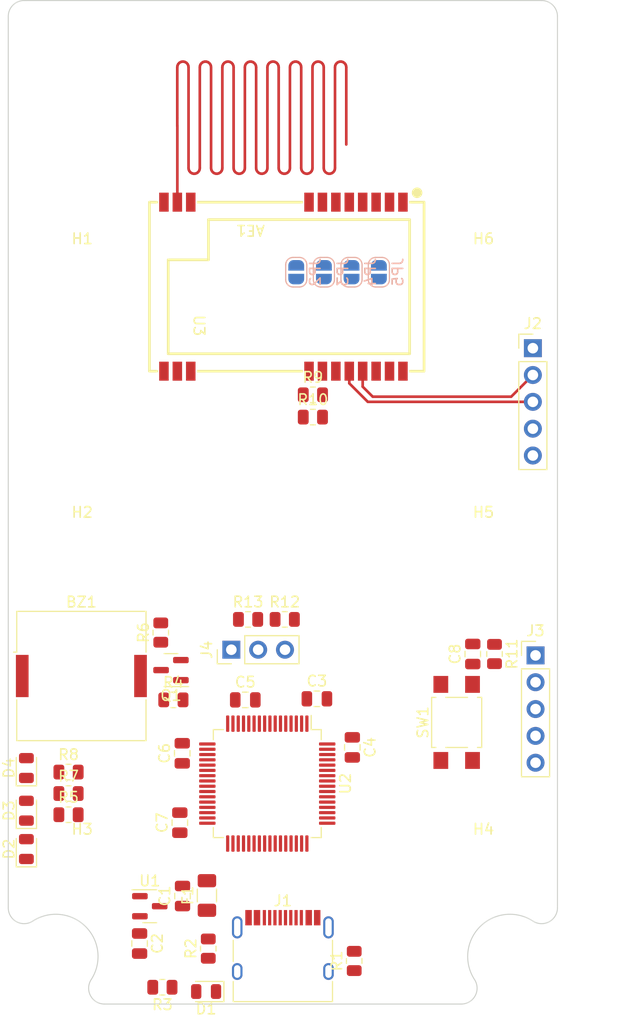
<source format=kicad_pcb>
(kicad_pcb (version 20211014) (generator pcbnew)
  (layers (0 "F.Cu" signal) (31 "B.Cu" signal) (34 "B.Paste" user) (35 "F.Paste" user) (36 "B.SilkS" user "B.Silkscreen") (37 "F.SilkS" user "F.Silkscreen") (38 "B.Mask" user) (39 "F.Mask" user) (44 "Edge.Cuts" user))
  (net 0 "")
  (net 1 "/ANT")
  (net 2 "+3V3")
  (net 3 "Net-(BZ1-Pad2)")
  (net 4 "+5V")
  (net 5 "GND")
  (net 6 "Net-(C3-Pad1)")
  (net 7 "/NRST")
  (net 8 "Net-(D1-Pad2)")
  (net 9 "/PB0")
  (net 10 "Net-(D2-Pad2)")
  (net 11 "/PB1")
  (net 12 "Net-(D3-Pad2)")
  (net 13 "/PB2")
  (net 14 "Net-(D4-Pad2)")
  (net 15 "Net-(F1-Pad2)")
  (net 16 "/CC1")
  (net 17 "/USB_D+")
  (net 18 "/USB_D-")
  (net 20 "/CC2")
  (net 22 "/LoRa_TXD_")
  (net 23 "/LoRa_RXD_")
  (net 25 "/SWDIO")
  (net 26 "/SWCLK")
  (net 27 "/M0")
  (net 28 "/M1")
  (net 29 "/L53R8_UART1_TX")
  (net 30 "/L53R8_UART1_RX")
  (net 31 "Net-(Q1-Pad1)")
  (net 32 "/buz")
  (net 33 "Net-(J4-Pad2)")
  (net 34 "/BOOT0")
  (net 46 "/L53R8_UART2_TX")
  (net 47 "/L53R8_UART2_RX")
  (net 64 "/LoRa_AUX")
  (footprint "Resistor_SMD:R_0805_2012Metric" (layer "F.Cu") (at 103.9622 170.8912 90)
    (fp_text reference "R1")
    (fp_text value "5K1")
  )
  (footprint "RF_Antenna:433MHz_V" (layer "F.Cu") (at 95.1484 91.059 180)
    (fp_text reference "AE1")
    (fp_text value "Antenna")
  )
  (footprint "Resistor_SMD:R_0805_2012Metric" (layer "F.Cu") (at 100.0487 119.4054)
    (fp_text reference "R10")
    (fp_text value "1k")
  )
  (footprint "LED_SMD:LED_0805_2012Metric" (layer "F.Cu") (at 72.9234 160.2994 90)
    (fp_text reference "D2")
    (fp_text value "LED")
  )
  (footprint "Capacitor_SMD:C_0805_2012Metric" (layer "F.Cu") (at 103.7844 150.6728 -90)
    (fp_text reference "C4")
    (fp_text value "0.1uF")
  )
  (footprint "MountingHole:MountingHole_2.5mm" (layer "F.Cu") (at 78.207982 161.920952)
    (fp_text reference "H3")
    (fp_text value "MountingHole")
  )
  (footprint "Resistor_SMD:R_0805_2012Metric" (layer "F.Cu") (at 76.9131 157.0482)
    (fp_text reference "R5")
    (fp_text value "1k")
  )
  (footprint "Connector_PinHeader_2.54mm:PinHeader_1x05_P2.54mm_Vertical" (layer "F.Cu") (at 121.1326 141.9656)
    (fp_text reference "J3")
    (fp_text value "Conn_01x05_Female")
  )
  (footprint "Connector_PinHeader_2.54mm:PinHeader_1x05_P2.54mm_Vertical" (layer "F.Cu") (at 120.8786 112.8826)
    (fp_text reference "J2")
    (fp_text value "Conn_01x05_Male")
  )
  (footprint "Capacitor_SMD:C_0805_2012Metric" (layer "F.Cu") (at 115.189 141.8336 90)
    (fp_text reference "C8")
    (fp_text value "0.1uF")
  )
  (footprint "Package_TO_SOT_SMD:SOT-23" (layer "F.Cu") (at 84.6074 165.7096)
    (fp_text reference "U1")
    (fp_text value "XC6206P332MR")
  )
  (footprint "Connector_USB:USB_C_Receptacle_HRO_TYPE-C-31-M-12" (layer "F.Cu") (at 97.207982 170.8404)
    (fp_text reference "J1")
    (fp_text value "USB_C_Receptacle_USB2.0")
  )
  (footprint "Capacitor_SMD:C_0805_2012Metric" (layer "F.Cu") (at 87.4522 157.8 90)
    (fp_text reference "C7")
    (fp_text value "0.1uF")
  )
  (footprint "Resistor_SMD:R_0805_2012Metric" (layer "F.Cu") (at 90.1446 169.7228 90)
    (fp_text reference "R2")
    (fp_text value "5K1")
  )
  (footprint "MountingHole:MountingHole_2.5mm" (layer "F.Cu") (at 78.208239 131.920952)
    (fp_text reference "H2")
    (fp_text value "MountingHole")
  )
  (footprint "Capacitor_SMD:C_0805_2012Metric" (layer "F.Cu") (at 93.6498 146.177)
    (fp_text reference "C5")
    (fp_text value "0.1uF")
  )
  (footprint "RF_Module:E220-400TxxS" (layer "F.Cu") (at 97.527 107.3132 -90)
    (fp_text reference "U3")
    (fp_text value "E22-400T22S")
  )
  (footprint "Capacitor_SMD:C_0805_2012Metric" (layer "F.Cu") (at 87.7062 164.7444 90)
    (fp_text reference "C1")
    (fp_text value "0.1uF")
  )
  (footprint "MountingHole:MountingHole_2.5mm" (layer "F.Cu") (at 116.208239 131.920952)
    (fp_text reference "H5")
    (fp_text value "MountingHole")
  )
  (footprint "Resistor_SMD:R_0805_2012Metric" (layer "F.Cu") (at 117.2464 141.8336 -90)
    (fp_text reference "R11")
    (fp_text value "10k")
  )
  (footprint "LED_SMD:LED_0805_2012Metric" (layer "F.Cu") (at 89.9414 173.7868 180)
    (fp_text reference "D1")
    (fp_text value "PWR")
  )
  (footprint "Capacitor_SMD:C_0805_2012Metric" (layer "F.Cu") (at 100.4316 146.0754)
    (fp_text reference "C3")
    (fp_text value "0.1uF")
  )
  (footprint "Package_QFP:LQFP-64_10x10mm_P0.5mm" (layer "F.Cu") (at 95.7326 154.1018 -90)
    (fp_text reference "U2")
    (fp_text value "STM32L053R8Tx")
  )
  (footprint "LED_SMD:LED_0805_2012Metric" (layer "F.Cu") (at 72.9234 156.6672 90)
    (fp_text reference "D3")
    (fp_text value "LED")
  )
  (footprint "Resistor_SMD:R_0805_2012Metric" (layer "F.Cu") (at 86.8426 146.177)
    (fp_text reference "R4")
    (fp_text value "22k")
  )
  (footprint "Resistor_SMD:R_0805_2012Metric" (layer "F.Cu") (at 85.8012 173.3804 180)
    (fp_text reference "R3")
    (fp_text value "330")
  )
  (footprint "Fuse:Fuse_1206_3216Metric" (layer "F.Cu") (at 90.0176 164.6936 90)
    (fp_text reference "F1")
    (fp_text value "Fuse 200mA")
  )
  (footprint "Resistor_SMD:R_0805_2012Metric" (layer "F.Cu") (at 97.3836 138.557)
    (fp_text reference "R12")
    (fp_text value "0R")
  )
  (footprint "MountingHole:MountingHole_2.5mm" (layer "F.Cu") (at 78.208239 106.020952)
    (fp_text reference "H1")
    (fp_text value "MountingHole")
  )
  (footprint "Resistor_SMD:R_0805_2012Metric" (layer "F.Cu") (at 76.9131 155.0416)
    (fp_text reference "R7")
    (fp_text value "1k")
  )
  (footprint "Buzzer_Beeper:Buzzer_Murata_PKLCS1212E" (layer "F.Cu") (at 78.1304 143.9164)
    (fp_text reference "BZ1")
    (fp_text value "Buzzer")
  )
  (footprint "Resistor_SMD:R_0805_2012Metric" (layer "F.Cu") (at 76.915 153.0096)
    (fp_text reference "R8")
    (fp_text value "1k")
  )
  (footprint "MountingHole:MountingHole_2.5mm" (layer "F.Cu") (at 116.208239 106.020952)
    (fp_text reference "H6")
    (fp_text value "MountingHole")
  )
  (footprint "Button_Switch_SMD:SW_SPST_TL3305A" (layer "F.Cu") (at 113.665 148.3106 90)
    (fp_text reference "SW1")
    (fp_text value "SW_Push")
  )
  (footprint "Capacitor_SMD:C_0805_2012Metric" (layer "F.Cu") (at 83.6422 169.2402 -90)
    (fp_text reference "C2")
    (fp_text value "0.1uF")
  )
  (footprint "Connector_PinHeader_2.54mm:PinHeader_1x03_P2.54mm_Vertical" (layer "F.Cu") (at 92.329 141.4272 90)
    (fp_text reference "J4")
    (fp_text value "Conn_01x03_Male")
  )
  (footprint "Resistor_SMD:R_0805_2012Metric" (layer "F.Cu") (at 100.0506 117.2972)
    (fp_text reference "R9")
    (fp_text value "1k")
  )
  (footprint "Resistor_SMD:R_0805_2012Metric" (layer "F.Cu") (at 93.9142 138.557)
    (fp_text reference "R13")
    (fp_text value "1k")
  )
  (footprint "Resistor_SMD:R_0805_2012Metric" (layer "F.Cu") (at 85.6488 139.8035 90)
    (fp_text reference "R6")
    (fp_text value "1k")
  )
  (footprint "Capacitor_SMD:C_0805_2012Metric" (layer "F.Cu") (at 87.6808 151.2316 90)
    (fp_text reference "C6")
    (fp_text value "0.1uF")
  )
  (footprint "MountingHole:MountingHole_2.5mm" (layer "F.Cu") (at 116.207982 161.920952)
    (fp_text reference "H4")
    (fp_text value "MountingHole")
  )
  (footprint "LED_SMD:LED_0805_2012Metric" (layer "F.Cu") (at 72.9234 152.6286 90)
    (fp_text reference "D4")
    (fp_text value "LED")
  )
  (footprint "Package_TO_SOT_SMD:SOT-23" (layer "F.Cu") (at 86.614 143.3576 180)
    (fp_text reference "Q1")
    (fp_text value "MMBT3904")
  )
  (footprint "Jumper:SolderJumper-2_P1.3mm_Open_RoundedPad1.0x1.5mm" (layer "B.Cu") (at 103.7082 105.6894 90)
    (fp_text reference "JP4")
    (fp_text value "SolderJumper_2_Open")
  )
  (footprint "Jumper:SolderJumper-2_P1.3mm_Open_RoundedPad1.0x1.5mm" (layer "B.Cu") (at 101.092 105.6894 90)
    (fp_text reference "JP3")
    (fp_text value "SolderJumper_2_Open")
  )
  (footprint "Jumper:SolderJumper-2_P1.3mm_Open_RoundedPad1.0x1.5mm" (layer "B.Cu") (at 106.299 105.6894 90)
    (fp_text reference "JP5")
    (fp_text value "SolderJumper_2_Open")
  )
  (footprint "Jumper:SolderJumper-2_P1.3mm_Open_RoundedPad1.0x1.5mm" (layer "B.Cu") (at 98.4758 105.6894 90)
    (fp_text reference "JP2")
    (fp_text value "SolderJumper_2_Open")
  )
  (gr_arc (start 115.35542 172.65277) (mid 115.416799 174.18606) (end 114.098209 174.970952) (layer "Edge.Cuts") (width 0.1))
  (gr_arc (start 121.707982 79.970952) (mid 122.768618 80.410308) (end 123.207982 81.470952) (layer "Edge.Cuts") (width 0.1))
  (gr_arc (start 80.317754 174.970952) (mid 78.999175 174.186056) (end 79.060543 172.65277) (layer "Edge.Cuts") (width 0.1))
  (gr_arc (start 73.526163 167.11839) (mid 78.536357 167.642553) (end 79.060543 172.65277) (layer "Edge.Cuts") (width 0.1))
  (gr_line (start 72.707982 79.970952) (end 121.707982 79.970952) (layer "Edge.Cuts") (width 0.1))
  (gr_arc (start 123.207982 165.861179) (mid 122.42307 167.179777) (end 120.8898 167.11839) (layer "Edge.Cuts") (width 0.1))
  (gr_arc (start 71.207982 81.470952) (mid 71.647331 80.41032) (end 72.707982 79.970952) (layer "Edge.Cuts") (width 0.1))
  (gr_line (start 71.207982 165.861179) (end 71.207982 81.470952) (layer "Edge.Cuts") (width 0.1))
  (gr_arc (start 115.35542 172.65277) (mid 115.879554 167.642521) (end 120.8898 167.11839) (layer "Edge.Cuts") (width 0.1))
  (gr_line (start 114.098209 174.970952) (end 80.317754 174.970952) (layer "Edge.Cuts") (width 0.1))
  (gr_line (start 123.207982 81.470952) (end 123.207982 165.861179) (layer "Edge.Cuts") (width 0.1))
  (gr_arc (start 73.526163 167.11839) (mid 71.99284 167.179784) (end 71.207982 165.861179) (layer "Edge.Cuts") (width 0.1))
  (segment (start 87.216 91.8271) (end 87.216 99.0592) (width 0.25) (layer "F.Cu") (net 1))
  (segment (start 87.2099 91.821) (end 87.216 91.8271) (width 0.25) (layer "F.Cu") (net 1))
  (segment (start 105.7148 117.475) (end 104.766 116.5262) (width 0.25) (layer "F.Cu") (net 22))
  (segment (start 118.8262 117.475) (end 105.7148 117.475) (width 0.25) (layer "F.Cu") (net 22))
  (segment (start 120.8786 115.4226) (end 118.8262 117.475) (width 0.25) (layer "F.Cu") (net 22))
  (segment (start 104.766 116.5262) (end 104.766 115.0592) (width 0.25) (layer "F.Cu") (net 22))
  (segment (start 120.8786 117.9626) (end 105.2494 117.9626) (width 0.25) (layer "F.Cu") (net 23))
  (segment (start 103.496 116.2092) (end 103.496 115.0592) (width 0.25) (layer "F.Cu") (net 23))
  (segment (start 105.2494 117.9626) (end 103.496 116.2092) (width 0.25) (layer "F.Cu") (net 23))
)
</source>
